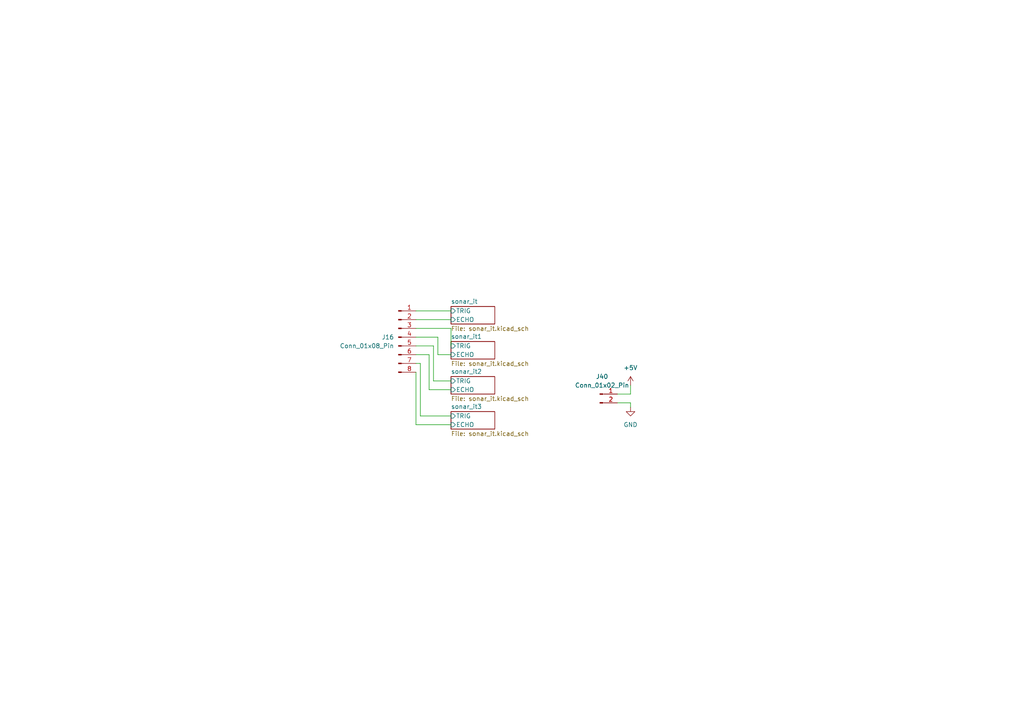
<source format=kicad_sch>
(kicad_sch (version 20230121) (generator eeschema)
  (paper "A4")
  (lib_symbols
    (symbol "Connector:Conn_01x02_Pin" (pin_names (offset 1.016) hide)
      (property "Reference" "J" (at 0 2.54 0))
      (property "Value" "Conn_01x02_Pin" (at 0 -5.08 0))
      (symbol "Conn_01x02_Pin_1_1"
        (polyline (pts (xy 1.27 -2.54) (xy 0.8636 -2.54)) (stroke (width 0.1524)))
        (polyline (pts (xy 1.27 0) (xy 0.8636 0)) (stroke (width 0.1524)))
        (rectangle (start 0.8636 -2.413) (end 0 -2.667) (stroke (width 0.1524)) (fill (type outline)))
        (rectangle (start 0.8636 0.127) (end 0 -0.127) (stroke (width 0.1524)) (fill (type outline)))
        (pin passive line (at 5.08 0 180) (length 3.81) (name "Pin_1") (number "1"))
        (pin passive line (at 5.08 -2.54 180) (length 3.81) (name "Pin_2") (number "2"))
      )
    )
    (symbol "Connector:Conn_01x08_Pin" (pin_names (offset 1.016) hide)
      (property "Reference" "J" (at 0 10.16 0))
      (property "Value" "Conn_01x08_Pin" (at 0 -12.7 0))
      (symbol "Conn_01x08_Pin_1_1"
        (polyline (pts (xy 1.27 -10.16) (xy 0.8636 -10.16)) (stroke (width 0.1524)))
        (polyline (pts (xy 1.27 -7.62) (xy 0.8636 -7.62)) (stroke (width 0.1524)))
        (polyline (pts (xy 1.27 -5.08) (xy 0.8636 -5.08)) (stroke (width 0.1524)))
        (polyline (pts (xy 1.27 -2.54) (xy 0.8636 -2.54)) (stroke (width 0.1524)))
        (polyline (pts (xy 1.27 0) (xy 0.8636 0)) (stroke (width 0.1524)))
        (polyline (pts (xy 1.27 2.54) (xy 0.8636 2.54)) (stroke (width 0.1524)))
        (polyline (pts (xy 1.27 5.08) (xy 0.8636 5.08)) (stroke (width 0.1524)))
        (polyline (pts (xy 1.27 7.62) (xy 0.8636 7.62)) (stroke (width 0.1524)))
        (rectangle (start 0.8636 -10.033) (end 0 -10.287) (stroke (width 0.1524)) (fill (type outline)))
        (rectangle (start 0.8636 -7.493) (end 0 -7.747) (stroke (width 0.1524)) (fill (type outline)))
        (rectangle (start 0.8636 -4.953) (end 0 -5.207) (stroke (width 0.1524)) (fill (type outline)))
        (rectangle (start 0.8636 -2.413) (end 0 -2.667) (stroke (width 0.1524)) (fill (type outline)))
        (rectangle (start 0.8636 0.127) (end 0 -0.127) (stroke (width 0.1524)) (fill (type outline)))
        (rectangle (start 0.8636 2.667) (end 0 2.413) (stroke (width 0.1524)) (fill (type outline)))
        (rectangle (start 0.8636 5.207) (end 0 4.953) (stroke (width 0.1524)) (fill (type outline)))
        (rectangle (start 0.8636 7.747) (end 0 7.493) (stroke (width 0.1524)) (fill (type outline)))
        (pin passive line (at 5.08 7.62 180) (length 3.81) (name "Pin_1") (number "1"))
        (pin passive line (at 5.08 5.08 180) (length 3.81) (name "Pin_2") (number "2"))
        (pin passive line (at 5.08 2.54 180) (length 3.81) (name "Pin_3") (number "3"))
        (pin passive line (at 5.08 0 180) (length 3.81) (name "Pin_4") (number "4"))
        (pin passive line (at 5.08 -2.54 180) (length 3.81) (name "Pin_5") (number "5"))
        (pin passive line (at 5.08 -5.08 180) (length 3.81) (name "Pin_6") (number "6"))
        (pin passive line (at 5.08 -7.62 180) (length 3.81) (name "Pin_7") (number "7"))
        (pin passive line (at 5.08 -10.16 180) (length 3.81) (name "Pin_8") (number "8"))
      )
    )
    (symbol "power:+5V" (power) (pin_names (offset 0))
      (property "Value" "+5V" (at 0 3.556 0))
      (symbol "+5V_0_1"
        (polyline (pts (xy -0.762 1.27) (xy 0 2.54)))
        (polyline (pts (xy 0 0) (xy 0 2.54)))
        (polyline (pts (xy 0 2.54) (xy 0.762 1.27)))
      )
      (symbol "+5V_1_1"
        (pin power_in line (at 0 0 90) (length 0) hide (name "+5V") (number "1"))
      )
    )
    (symbol "power:GND" (power) (pin_names (offset 0))
      (property "Value" "GND" (at 0 -3.81 0))
      (symbol "GND_0_1"
        (polyline (pts (xy 0 0) (xy 0 -1.27) (xy 1.27 -1.27) (xy 0 -2.54) (xy -1.27 -1.27) (xy 0 -1.27)))
      )
      (symbol "GND_1_1"
        (pin power_in line (at 0 0 270) (length 0) hide (name "GND") (number "1"))
      )
    )
  )
  (wire (pts (xy 121.92 105.41) (xy 121.92 120.65)))
  (wire (pts (xy 127 97.79) (xy 127 102.87)))
  (wire (pts (xy 124.46 102.87) (xy 120.65 102.87)))
  (wire (pts (xy 125.73 100.33) (xy 125.73 110.49)))
  (wire (pts (xy 120.65 95.25) (xy 130.81 95.25)))
  (wire (pts (xy 120.65 92.71) (xy 130.81 92.71)))
  (wire (pts (xy 182.88 118.11) (xy 182.88 116.84)))
  (wire (pts (xy 124.46 113.03) (xy 130.81 113.03)))
  (wire (pts (xy 120.65 123.19) (xy 130.81 123.19)))
  (wire (pts (xy 130.81 95.25) (xy 130.81 100.33)))
  (wire (pts (xy 125.73 110.49) (xy 130.81 110.49)))
  (wire (pts (xy 121.92 105.41) (xy 120.65 105.41)))
  (wire (pts (xy 120.65 97.79) (xy 127 97.79)))
  (wire (pts (xy 182.88 111.76) (xy 182.88 114.3)))
  (wire (pts (xy 182.88 116.84) (xy 179.07 116.84)))
  (wire (pts (xy 121.92 120.65) (xy 130.81 120.65)))
  (wire (pts (xy 127 102.87) (xy 130.81 102.87)))
  (wire (pts (xy 120.65 100.33) (xy 125.73 100.33)))
  (wire (pts (xy 120.65 90.17) (xy 130.81 90.17)))
  (wire (pts (xy 124.46 113.03) (xy 124.46 102.87)))
  (wire (pts (xy 120.65 107.95) (xy 120.65 123.19)))
  (wire (pts (xy 182.88 114.3) (xy 179.07 114.3)))
  (symbol (lib_id "power:+5V") (at 182.88 111.76 0) (unit 1)
    (property "Reference" "#PWR079" (effects hide))
    (property "Value" "+5V" (at 182.88 106.68 0))
  )
  (symbol (lib_id "Connector:Conn_01x08_Pin") (at 115.57 97.79 0) (unit 1)
    (property "Reference" "J16" (at 114.3 97.79 0) (effects (justify right)))
    (property "Value" "Conn_01x08_Pin" (at 114.3 100.33 0) (effects (justify right)))
    (property "Footprint" "Connector_JST:JST_XH_B8B-XH-A_1x08_P2.50mm_Vertical" (effects hide))
    (instances (project "mirte-master" (path "" (reference "J16") (unit 1)) (path "" (reference "J36") (unit 1))))
  )
  (symbol (lib_id "Connector:Conn_01x02_Pin") (at 173.99 114.3 0) (unit 1)
    (property "Reference" "J40" (at 174.625 109.22 0))
    (property "Value" "Conn_01x02_Pin" (at 174.625 111.76 0))
    (property "Footprint" "Connector_JST:JST_XH_B2B-XH-A_1x02_P2.50mm_Vertical" (effects hide))
  )
  (symbol (lib_id "power:GND") (at 182.88 118.11 0) (unit 1)
    (property "Reference" "#PWR078" (effects hide))
    (property "Value" "GND" (at 182.88 123.19 0))
  )
  (sheet (at 130.81 109.22) (size 12.7 5.08) (stroke (width 0.1524))
    (property "Sheetname" "sonar_it2" (at 130.81 108.5084 0) (effects (justify left bottom)))
    (property "Sheetfile" "sonar_it.kicad_sch" (at 130.81 114.8846 0) (effects (justify left top)))
    (pin "TRIG" input (at 130.81 110.49 180))
    (pin "ECHO" input (at 130.81 113.03 180))
  )
  (sheet (at 130.81 88.9) (size 12.7 5.08) (stroke (width 0.1524))
    (property "Sheetname" "sonar_it" (at 130.81 88.1884 0) (effects (justify left bottom)))
    (property "Sheetfile" "sonar_it.kicad_sch" (at 130.81 94.5646 0) (effects (justify left top)))
    (pin "TRIG" input (at 130.81 90.17 180))
    (pin "ECHO" input (at 130.81 92.71 180))
  )
  (sheet (at 130.81 119.38) (size 12.7 5.08) (stroke (width 0.1524))
    (property "Sheetname" "sonar_it3" (at 130.81 118.6684 0) (effects (justify left bottom)))
    (property "Sheetfile" "sonar_it.kicad_sch" (at 130.81 125.0446 0) (effects (justify left top)))
    (pin "TRIG" input (at 130.81 120.65 180))
    (pin "ECHO" input (at 130.81 123.19 180))
  )
  (sheet (at 130.81 99.06) (size 12.7 5.08) (stroke (width 0.1524))
    (property "Sheetname" "sonar_it1" (at 130.81 98.3484 0) (effects (justify left bottom)))
    (property "Sheetfile" "sonar_it.kicad_sch" (at 130.81 104.7246 0) (effects (justify left top)))
    (pin "TRIG" input (at 130.81 100.33 180))
    (pin "ECHO" input (at 130.81 102.87 180))
  )
)
</source>
